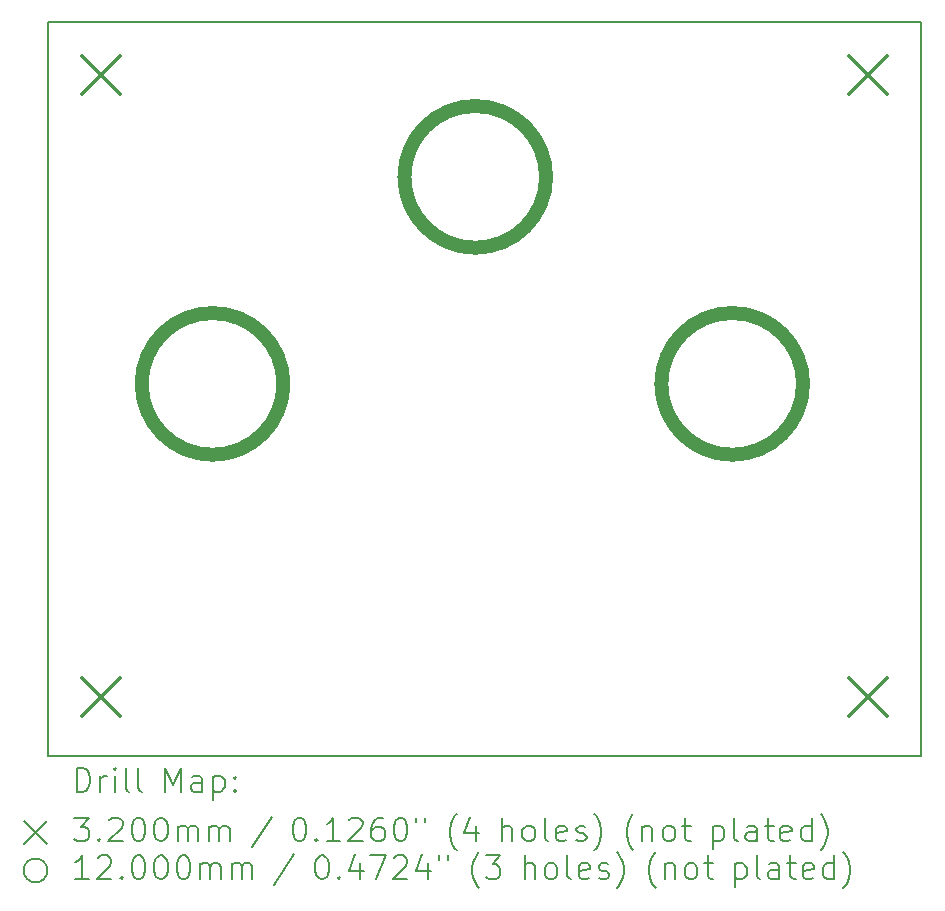
<source format=gbr>
%TF.GenerationSoftware,KiCad,Pcbnew,(7.0.0-0)*%
%TF.CreationDate,2023-11-03T17:36:42+01:00*%
%TF.ProjectId,ExternalAdapter,45787465-726e-4616-9c41-646170746572,1.0*%
%TF.SameCoordinates,Original*%
%TF.FileFunction,Drillmap*%
%TF.FilePolarity,Positive*%
%FSLAX45Y45*%
G04 Gerber Fmt 4.5, Leading zero omitted, Abs format (unit mm)*
G04 Created by KiCad (PCBNEW (7.0.0-0)) date 2023-11-03 17:36:42*
%MOMM*%
%LPD*%
G01*
G04 APERTURE LIST*
%ADD10C,0.200000*%
%ADD11C,0.320000*%
%ADD12C,1.200000*%
G04 APERTURE END LIST*
D10*
X10452100Y-1816100D02*
X3060700Y-1816100D01*
X3060700Y-1816100D02*
X3060700Y-8026400D01*
X3060700Y-8026400D02*
X10452100Y-8026400D01*
X10452100Y-8026400D02*
X10452100Y-1816100D01*
D11*
X3346075Y-2100600D02*
X3666075Y-2420600D01*
X3666075Y-2100600D02*
X3346075Y-2420600D01*
X3346075Y-7371100D02*
X3666075Y-7691100D01*
X3666075Y-7371100D02*
X3346075Y-7691100D01*
X9838825Y-2100600D02*
X10158825Y-2420600D01*
X10158825Y-2100600D02*
X9838825Y-2420600D01*
X9838825Y-7371100D02*
X10158825Y-7691100D01*
X10158825Y-7371100D02*
X9838825Y-7691100D01*
D12*
X5049425Y-4876800D02*
G75*
G03*
X5049425Y-4876800I-600000J0D01*
G01*
X7273875Y-3124200D02*
G75*
G03*
X7273875Y-3124200I-600000J0D01*
G01*
X9449425Y-4876800D02*
G75*
G03*
X9449425Y-4876800I-600000J0D01*
G01*
D10*
X3298319Y-8329876D02*
X3298319Y-8129876D01*
X3298319Y-8129876D02*
X3345938Y-8129876D01*
X3345938Y-8129876D02*
X3374509Y-8139400D01*
X3374509Y-8139400D02*
X3393557Y-8158448D01*
X3393557Y-8158448D02*
X3403081Y-8177495D01*
X3403081Y-8177495D02*
X3412605Y-8215590D01*
X3412605Y-8215590D02*
X3412605Y-8244162D01*
X3412605Y-8244162D02*
X3403081Y-8282257D01*
X3403081Y-8282257D02*
X3393557Y-8301305D01*
X3393557Y-8301305D02*
X3374509Y-8320352D01*
X3374509Y-8320352D02*
X3345938Y-8329876D01*
X3345938Y-8329876D02*
X3298319Y-8329876D01*
X3498319Y-8329876D02*
X3498319Y-8196543D01*
X3498319Y-8234638D02*
X3507843Y-8215590D01*
X3507843Y-8215590D02*
X3517367Y-8206067D01*
X3517367Y-8206067D02*
X3536414Y-8196543D01*
X3536414Y-8196543D02*
X3555462Y-8196543D01*
X3622128Y-8329876D02*
X3622128Y-8196543D01*
X3622128Y-8129876D02*
X3612605Y-8139400D01*
X3612605Y-8139400D02*
X3622128Y-8148924D01*
X3622128Y-8148924D02*
X3631652Y-8139400D01*
X3631652Y-8139400D02*
X3622128Y-8129876D01*
X3622128Y-8129876D02*
X3622128Y-8148924D01*
X3745938Y-8329876D02*
X3726890Y-8320352D01*
X3726890Y-8320352D02*
X3717367Y-8301305D01*
X3717367Y-8301305D02*
X3717367Y-8129876D01*
X3850700Y-8329876D02*
X3831652Y-8320352D01*
X3831652Y-8320352D02*
X3822128Y-8301305D01*
X3822128Y-8301305D02*
X3822128Y-8129876D01*
X4046890Y-8329876D02*
X4046890Y-8129876D01*
X4046890Y-8129876D02*
X4113557Y-8272733D01*
X4113557Y-8272733D02*
X4180224Y-8129876D01*
X4180224Y-8129876D02*
X4180224Y-8329876D01*
X4361176Y-8329876D02*
X4361176Y-8225114D01*
X4361176Y-8225114D02*
X4351652Y-8206067D01*
X4351652Y-8206067D02*
X4332605Y-8196543D01*
X4332605Y-8196543D02*
X4294509Y-8196543D01*
X4294509Y-8196543D02*
X4275462Y-8206067D01*
X4361176Y-8320352D02*
X4342129Y-8329876D01*
X4342129Y-8329876D02*
X4294509Y-8329876D01*
X4294509Y-8329876D02*
X4275462Y-8320352D01*
X4275462Y-8320352D02*
X4265938Y-8301305D01*
X4265938Y-8301305D02*
X4265938Y-8282257D01*
X4265938Y-8282257D02*
X4275462Y-8263209D01*
X4275462Y-8263209D02*
X4294509Y-8253686D01*
X4294509Y-8253686D02*
X4342129Y-8253686D01*
X4342129Y-8253686D02*
X4361176Y-8244162D01*
X4456414Y-8196543D02*
X4456414Y-8396543D01*
X4456414Y-8206067D02*
X4475462Y-8196543D01*
X4475462Y-8196543D02*
X4513557Y-8196543D01*
X4513557Y-8196543D02*
X4532605Y-8206067D01*
X4532605Y-8206067D02*
X4542129Y-8215590D01*
X4542129Y-8215590D02*
X4551652Y-8234638D01*
X4551652Y-8234638D02*
X4551652Y-8291781D01*
X4551652Y-8291781D02*
X4542129Y-8310828D01*
X4542129Y-8310828D02*
X4532605Y-8320352D01*
X4532605Y-8320352D02*
X4513557Y-8329876D01*
X4513557Y-8329876D02*
X4475462Y-8329876D01*
X4475462Y-8329876D02*
X4456414Y-8320352D01*
X4637367Y-8310828D02*
X4646890Y-8320352D01*
X4646890Y-8320352D02*
X4637367Y-8329876D01*
X4637367Y-8329876D02*
X4627843Y-8320352D01*
X4627843Y-8320352D02*
X4637367Y-8310828D01*
X4637367Y-8310828D02*
X4637367Y-8329876D01*
X4637367Y-8206067D02*
X4646890Y-8215590D01*
X4646890Y-8215590D02*
X4637367Y-8225114D01*
X4637367Y-8225114D02*
X4627843Y-8215590D01*
X4627843Y-8215590D02*
X4637367Y-8206067D01*
X4637367Y-8206067D02*
X4637367Y-8225114D01*
X2850700Y-8576400D02*
X3050700Y-8776400D01*
X3050700Y-8576400D02*
X2850700Y-8776400D01*
X3279271Y-8549876D02*
X3403081Y-8549876D01*
X3403081Y-8549876D02*
X3336414Y-8626067D01*
X3336414Y-8626067D02*
X3364986Y-8626067D01*
X3364986Y-8626067D02*
X3384033Y-8635590D01*
X3384033Y-8635590D02*
X3393557Y-8645114D01*
X3393557Y-8645114D02*
X3403081Y-8664162D01*
X3403081Y-8664162D02*
X3403081Y-8711781D01*
X3403081Y-8711781D02*
X3393557Y-8730829D01*
X3393557Y-8730829D02*
X3384033Y-8740352D01*
X3384033Y-8740352D02*
X3364986Y-8749876D01*
X3364986Y-8749876D02*
X3307843Y-8749876D01*
X3307843Y-8749876D02*
X3288795Y-8740352D01*
X3288795Y-8740352D02*
X3279271Y-8730829D01*
X3488795Y-8730829D02*
X3498319Y-8740352D01*
X3498319Y-8740352D02*
X3488795Y-8749876D01*
X3488795Y-8749876D02*
X3479271Y-8740352D01*
X3479271Y-8740352D02*
X3488795Y-8730829D01*
X3488795Y-8730829D02*
X3488795Y-8749876D01*
X3574509Y-8568924D02*
X3584033Y-8559400D01*
X3584033Y-8559400D02*
X3603081Y-8549876D01*
X3603081Y-8549876D02*
X3650700Y-8549876D01*
X3650700Y-8549876D02*
X3669748Y-8559400D01*
X3669748Y-8559400D02*
X3679271Y-8568924D01*
X3679271Y-8568924D02*
X3688795Y-8587971D01*
X3688795Y-8587971D02*
X3688795Y-8607019D01*
X3688795Y-8607019D02*
X3679271Y-8635590D01*
X3679271Y-8635590D02*
X3564986Y-8749876D01*
X3564986Y-8749876D02*
X3688795Y-8749876D01*
X3812605Y-8549876D02*
X3831652Y-8549876D01*
X3831652Y-8549876D02*
X3850700Y-8559400D01*
X3850700Y-8559400D02*
X3860224Y-8568924D01*
X3860224Y-8568924D02*
X3869748Y-8587971D01*
X3869748Y-8587971D02*
X3879271Y-8626067D01*
X3879271Y-8626067D02*
X3879271Y-8673686D01*
X3879271Y-8673686D02*
X3869748Y-8711781D01*
X3869748Y-8711781D02*
X3860224Y-8730829D01*
X3860224Y-8730829D02*
X3850700Y-8740352D01*
X3850700Y-8740352D02*
X3831652Y-8749876D01*
X3831652Y-8749876D02*
X3812605Y-8749876D01*
X3812605Y-8749876D02*
X3793557Y-8740352D01*
X3793557Y-8740352D02*
X3784033Y-8730829D01*
X3784033Y-8730829D02*
X3774509Y-8711781D01*
X3774509Y-8711781D02*
X3764986Y-8673686D01*
X3764986Y-8673686D02*
X3764986Y-8626067D01*
X3764986Y-8626067D02*
X3774509Y-8587971D01*
X3774509Y-8587971D02*
X3784033Y-8568924D01*
X3784033Y-8568924D02*
X3793557Y-8559400D01*
X3793557Y-8559400D02*
X3812605Y-8549876D01*
X4003081Y-8549876D02*
X4022129Y-8549876D01*
X4022129Y-8549876D02*
X4041176Y-8559400D01*
X4041176Y-8559400D02*
X4050700Y-8568924D01*
X4050700Y-8568924D02*
X4060224Y-8587971D01*
X4060224Y-8587971D02*
X4069748Y-8626067D01*
X4069748Y-8626067D02*
X4069748Y-8673686D01*
X4069748Y-8673686D02*
X4060224Y-8711781D01*
X4060224Y-8711781D02*
X4050700Y-8730829D01*
X4050700Y-8730829D02*
X4041176Y-8740352D01*
X4041176Y-8740352D02*
X4022129Y-8749876D01*
X4022129Y-8749876D02*
X4003081Y-8749876D01*
X4003081Y-8749876D02*
X3984033Y-8740352D01*
X3984033Y-8740352D02*
X3974509Y-8730829D01*
X3974509Y-8730829D02*
X3964986Y-8711781D01*
X3964986Y-8711781D02*
X3955462Y-8673686D01*
X3955462Y-8673686D02*
X3955462Y-8626067D01*
X3955462Y-8626067D02*
X3964986Y-8587971D01*
X3964986Y-8587971D02*
X3974509Y-8568924D01*
X3974509Y-8568924D02*
X3984033Y-8559400D01*
X3984033Y-8559400D02*
X4003081Y-8549876D01*
X4155462Y-8749876D02*
X4155462Y-8616543D01*
X4155462Y-8635590D02*
X4164986Y-8626067D01*
X4164986Y-8626067D02*
X4184033Y-8616543D01*
X4184033Y-8616543D02*
X4212605Y-8616543D01*
X4212605Y-8616543D02*
X4231652Y-8626067D01*
X4231652Y-8626067D02*
X4241176Y-8645114D01*
X4241176Y-8645114D02*
X4241176Y-8749876D01*
X4241176Y-8645114D02*
X4250700Y-8626067D01*
X4250700Y-8626067D02*
X4269748Y-8616543D01*
X4269748Y-8616543D02*
X4298319Y-8616543D01*
X4298319Y-8616543D02*
X4317367Y-8626067D01*
X4317367Y-8626067D02*
X4326891Y-8645114D01*
X4326891Y-8645114D02*
X4326891Y-8749876D01*
X4422129Y-8749876D02*
X4422129Y-8616543D01*
X4422129Y-8635590D02*
X4431652Y-8626067D01*
X4431652Y-8626067D02*
X4450700Y-8616543D01*
X4450700Y-8616543D02*
X4479272Y-8616543D01*
X4479272Y-8616543D02*
X4498319Y-8626067D01*
X4498319Y-8626067D02*
X4507843Y-8645114D01*
X4507843Y-8645114D02*
X4507843Y-8749876D01*
X4507843Y-8645114D02*
X4517367Y-8626067D01*
X4517367Y-8626067D02*
X4536414Y-8616543D01*
X4536414Y-8616543D02*
X4564986Y-8616543D01*
X4564986Y-8616543D02*
X4584033Y-8626067D01*
X4584033Y-8626067D02*
X4593557Y-8645114D01*
X4593557Y-8645114D02*
X4593557Y-8749876D01*
X4951652Y-8540352D02*
X4780224Y-8797495D01*
X5176414Y-8549876D02*
X5195462Y-8549876D01*
X5195462Y-8549876D02*
X5214510Y-8559400D01*
X5214510Y-8559400D02*
X5224033Y-8568924D01*
X5224033Y-8568924D02*
X5233557Y-8587971D01*
X5233557Y-8587971D02*
X5243081Y-8626067D01*
X5243081Y-8626067D02*
X5243081Y-8673686D01*
X5243081Y-8673686D02*
X5233557Y-8711781D01*
X5233557Y-8711781D02*
X5224033Y-8730829D01*
X5224033Y-8730829D02*
X5214510Y-8740352D01*
X5214510Y-8740352D02*
X5195462Y-8749876D01*
X5195462Y-8749876D02*
X5176414Y-8749876D01*
X5176414Y-8749876D02*
X5157367Y-8740352D01*
X5157367Y-8740352D02*
X5147843Y-8730829D01*
X5147843Y-8730829D02*
X5138319Y-8711781D01*
X5138319Y-8711781D02*
X5128795Y-8673686D01*
X5128795Y-8673686D02*
X5128795Y-8626067D01*
X5128795Y-8626067D02*
X5138319Y-8587971D01*
X5138319Y-8587971D02*
X5147843Y-8568924D01*
X5147843Y-8568924D02*
X5157367Y-8559400D01*
X5157367Y-8559400D02*
X5176414Y-8549876D01*
X5328795Y-8730829D02*
X5338319Y-8740352D01*
X5338319Y-8740352D02*
X5328795Y-8749876D01*
X5328795Y-8749876D02*
X5319272Y-8740352D01*
X5319272Y-8740352D02*
X5328795Y-8730829D01*
X5328795Y-8730829D02*
X5328795Y-8749876D01*
X5528795Y-8749876D02*
X5414510Y-8749876D01*
X5471652Y-8749876D02*
X5471652Y-8549876D01*
X5471652Y-8549876D02*
X5452605Y-8578448D01*
X5452605Y-8578448D02*
X5433557Y-8597495D01*
X5433557Y-8597495D02*
X5414510Y-8607019D01*
X5604986Y-8568924D02*
X5614510Y-8559400D01*
X5614510Y-8559400D02*
X5633557Y-8549876D01*
X5633557Y-8549876D02*
X5681176Y-8549876D01*
X5681176Y-8549876D02*
X5700224Y-8559400D01*
X5700224Y-8559400D02*
X5709748Y-8568924D01*
X5709748Y-8568924D02*
X5719271Y-8587971D01*
X5719271Y-8587971D02*
X5719271Y-8607019D01*
X5719271Y-8607019D02*
X5709748Y-8635590D01*
X5709748Y-8635590D02*
X5595462Y-8749876D01*
X5595462Y-8749876D02*
X5719271Y-8749876D01*
X5890700Y-8549876D02*
X5852605Y-8549876D01*
X5852605Y-8549876D02*
X5833557Y-8559400D01*
X5833557Y-8559400D02*
X5824033Y-8568924D01*
X5824033Y-8568924D02*
X5804986Y-8597495D01*
X5804986Y-8597495D02*
X5795462Y-8635590D01*
X5795462Y-8635590D02*
X5795462Y-8711781D01*
X5795462Y-8711781D02*
X5804986Y-8730829D01*
X5804986Y-8730829D02*
X5814510Y-8740352D01*
X5814510Y-8740352D02*
X5833557Y-8749876D01*
X5833557Y-8749876D02*
X5871652Y-8749876D01*
X5871652Y-8749876D02*
X5890700Y-8740352D01*
X5890700Y-8740352D02*
X5900224Y-8730829D01*
X5900224Y-8730829D02*
X5909748Y-8711781D01*
X5909748Y-8711781D02*
X5909748Y-8664162D01*
X5909748Y-8664162D02*
X5900224Y-8645114D01*
X5900224Y-8645114D02*
X5890700Y-8635590D01*
X5890700Y-8635590D02*
X5871652Y-8626067D01*
X5871652Y-8626067D02*
X5833557Y-8626067D01*
X5833557Y-8626067D02*
X5814510Y-8635590D01*
X5814510Y-8635590D02*
X5804986Y-8645114D01*
X5804986Y-8645114D02*
X5795462Y-8664162D01*
X6033557Y-8549876D02*
X6052605Y-8549876D01*
X6052605Y-8549876D02*
X6071652Y-8559400D01*
X6071652Y-8559400D02*
X6081176Y-8568924D01*
X6081176Y-8568924D02*
X6090700Y-8587971D01*
X6090700Y-8587971D02*
X6100224Y-8626067D01*
X6100224Y-8626067D02*
X6100224Y-8673686D01*
X6100224Y-8673686D02*
X6090700Y-8711781D01*
X6090700Y-8711781D02*
X6081176Y-8730829D01*
X6081176Y-8730829D02*
X6071652Y-8740352D01*
X6071652Y-8740352D02*
X6052605Y-8749876D01*
X6052605Y-8749876D02*
X6033557Y-8749876D01*
X6033557Y-8749876D02*
X6014510Y-8740352D01*
X6014510Y-8740352D02*
X6004986Y-8730829D01*
X6004986Y-8730829D02*
X5995462Y-8711781D01*
X5995462Y-8711781D02*
X5985938Y-8673686D01*
X5985938Y-8673686D02*
X5985938Y-8626067D01*
X5985938Y-8626067D02*
X5995462Y-8587971D01*
X5995462Y-8587971D02*
X6004986Y-8568924D01*
X6004986Y-8568924D02*
X6014510Y-8559400D01*
X6014510Y-8559400D02*
X6033557Y-8549876D01*
X6176414Y-8549876D02*
X6176414Y-8587971D01*
X6252605Y-8549876D02*
X6252605Y-8587971D01*
X6515462Y-8826067D02*
X6505938Y-8816543D01*
X6505938Y-8816543D02*
X6486891Y-8787971D01*
X6486891Y-8787971D02*
X6477367Y-8768924D01*
X6477367Y-8768924D02*
X6467843Y-8740352D01*
X6467843Y-8740352D02*
X6458319Y-8692733D01*
X6458319Y-8692733D02*
X6458319Y-8654638D01*
X6458319Y-8654638D02*
X6467843Y-8607019D01*
X6467843Y-8607019D02*
X6477367Y-8578448D01*
X6477367Y-8578448D02*
X6486891Y-8559400D01*
X6486891Y-8559400D02*
X6505938Y-8530829D01*
X6505938Y-8530829D02*
X6515462Y-8521305D01*
X6677367Y-8616543D02*
X6677367Y-8749876D01*
X6629748Y-8540352D02*
X6582129Y-8683210D01*
X6582129Y-8683210D02*
X6705938Y-8683210D01*
X6902129Y-8749876D02*
X6902129Y-8549876D01*
X6987843Y-8749876D02*
X6987843Y-8645114D01*
X6987843Y-8645114D02*
X6978319Y-8626067D01*
X6978319Y-8626067D02*
X6959272Y-8616543D01*
X6959272Y-8616543D02*
X6930700Y-8616543D01*
X6930700Y-8616543D02*
X6911652Y-8626067D01*
X6911652Y-8626067D02*
X6902129Y-8635590D01*
X7111652Y-8749876D02*
X7092605Y-8740352D01*
X7092605Y-8740352D02*
X7083081Y-8730829D01*
X7083081Y-8730829D02*
X7073557Y-8711781D01*
X7073557Y-8711781D02*
X7073557Y-8654638D01*
X7073557Y-8654638D02*
X7083081Y-8635590D01*
X7083081Y-8635590D02*
X7092605Y-8626067D01*
X7092605Y-8626067D02*
X7111652Y-8616543D01*
X7111652Y-8616543D02*
X7140224Y-8616543D01*
X7140224Y-8616543D02*
X7159272Y-8626067D01*
X7159272Y-8626067D02*
X7168795Y-8635590D01*
X7168795Y-8635590D02*
X7178319Y-8654638D01*
X7178319Y-8654638D02*
X7178319Y-8711781D01*
X7178319Y-8711781D02*
X7168795Y-8730829D01*
X7168795Y-8730829D02*
X7159272Y-8740352D01*
X7159272Y-8740352D02*
X7140224Y-8749876D01*
X7140224Y-8749876D02*
X7111652Y-8749876D01*
X7292605Y-8749876D02*
X7273557Y-8740352D01*
X7273557Y-8740352D02*
X7264033Y-8721305D01*
X7264033Y-8721305D02*
X7264033Y-8549876D01*
X7444986Y-8740352D02*
X7425938Y-8749876D01*
X7425938Y-8749876D02*
X7387843Y-8749876D01*
X7387843Y-8749876D02*
X7368795Y-8740352D01*
X7368795Y-8740352D02*
X7359272Y-8721305D01*
X7359272Y-8721305D02*
X7359272Y-8645114D01*
X7359272Y-8645114D02*
X7368795Y-8626067D01*
X7368795Y-8626067D02*
X7387843Y-8616543D01*
X7387843Y-8616543D02*
X7425938Y-8616543D01*
X7425938Y-8616543D02*
X7444986Y-8626067D01*
X7444986Y-8626067D02*
X7454510Y-8645114D01*
X7454510Y-8645114D02*
X7454510Y-8664162D01*
X7454510Y-8664162D02*
X7359272Y-8683210D01*
X7530700Y-8740352D02*
X7549748Y-8749876D01*
X7549748Y-8749876D02*
X7587843Y-8749876D01*
X7587843Y-8749876D02*
X7606891Y-8740352D01*
X7606891Y-8740352D02*
X7616414Y-8721305D01*
X7616414Y-8721305D02*
X7616414Y-8711781D01*
X7616414Y-8711781D02*
X7606891Y-8692733D01*
X7606891Y-8692733D02*
X7587843Y-8683210D01*
X7587843Y-8683210D02*
X7559272Y-8683210D01*
X7559272Y-8683210D02*
X7540224Y-8673686D01*
X7540224Y-8673686D02*
X7530700Y-8654638D01*
X7530700Y-8654638D02*
X7530700Y-8645114D01*
X7530700Y-8645114D02*
X7540224Y-8626067D01*
X7540224Y-8626067D02*
X7559272Y-8616543D01*
X7559272Y-8616543D02*
X7587843Y-8616543D01*
X7587843Y-8616543D02*
X7606891Y-8626067D01*
X7683081Y-8826067D02*
X7692605Y-8816543D01*
X7692605Y-8816543D02*
X7711653Y-8787971D01*
X7711653Y-8787971D02*
X7721176Y-8768924D01*
X7721176Y-8768924D02*
X7730700Y-8740352D01*
X7730700Y-8740352D02*
X7740224Y-8692733D01*
X7740224Y-8692733D02*
X7740224Y-8654638D01*
X7740224Y-8654638D02*
X7730700Y-8607019D01*
X7730700Y-8607019D02*
X7721176Y-8578448D01*
X7721176Y-8578448D02*
X7711653Y-8559400D01*
X7711653Y-8559400D02*
X7692605Y-8530829D01*
X7692605Y-8530829D02*
X7683081Y-8521305D01*
X8012605Y-8826067D02*
X8003081Y-8816543D01*
X8003081Y-8816543D02*
X7984033Y-8787971D01*
X7984033Y-8787971D02*
X7974510Y-8768924D01*
X7974510Y-8768924D02*
X7964986Y-8740352D01*
X7964986Y-8740352D02*
X7955462Y-8692733D01*
X7955462Y-8692733D02*
X7955462Y-8654638D01*
X7955462Y-8654638D02*
X7964986Y-8607019D01*
X7964986Y-8607019D02*
X7974510Y-8578448D01*
X7974510Y-8578448D02*
X7984033Y-8559400D01*
X7984033Y-8559400D02*
X8003081Y-8530829D01*
X8003081Y-8530829D02*
X8012605Y-8521305D01*
X8088795Y-8616543D02*
X8088795Y-8749876D01*
X8088795Y-8635590D02*
X8098319Y-8626067D01*
X8098319Y-8626067D02*
X8117367Y-8616543D01*
X8117367Y-8616543D02*
X8145938Y-8616543D01*
X8145938Y-8616543D02*
X8164986Y-8626067D01*
X8164986Y-8626067D02*
X8174510Y-8645114D01*
X8174510Y-8645114D02*
X8174510Y-8749876D01*
X8298319Y-8749876D02*
X8279272Y-8740352D01*
X8279272Y-8740352D02*
X8269748Y-8730829D01*
X8269748Y-8730829D02*
X8260224Y-8711781D01*
X8260224Y-8711781D02*
X8260224Y-8654638D01*
X8260224Y-8654638D02*
X8269748Y-8635590D01*
X8269748Y-8635590D02*
X8279272Y-8626067D01*
X8279272Y-8626067D02*
X8298319Y-8616543D01*
X8298319Y-8616543D02*
X8326891Y-8616543D01*
X8326891Y-8616543D02*
X8345938Y-8626067D01*
X8345938Y-8626067D02*
X8355462Y-8635590D01*
X8355462Y-8635590D02*
X8364986Y-8654638D01*
X8364986Y-8654638D02*
X8364986Y-8711781D01*
X8364986Y-8711781D02*
X8355462Y-8730829D01*
X8355462Y-8730829D02*
X8345938Y-8740352D01*
X8345938Y-8740352D02*
X8326891Y-8749876D01*
X8326891Y-8749876D02*
X8298319Y-8749876D01*
X8422129Y-8616543D02*
X8498319Y-8616543D01*
X8450700Y-8549876D02*
X8450700Y-8721305D01*
X8450700Y-8721305D02*
X8460224Y-8740352D01*
X8460224Y-8740352D02*
X8479272Y-8749876D01*
X8479272Y-8749876D02*
X8498319Y-8749876D01*
X8684986Y-8616543D02*
X8684986Y-8816543D01*
X8684986Y-8626067D02*
X8704034Y-8616543D01*
X8704034Y-8616543D02*
X8742129Y-8616543D01*
X8742129Y-8616543D02*
X8761176Y-8626067D01*
X8761176Y-8626067D02*
X8770700Y-8635590D01*
X8770700Y-8635590D02*
X8780224Y-8654638D01*
X8780224Y-8654638D02*
X8780224Y-8711781D01*
X8780224Y-8711781D02*
X8770700Y-8730829D01*
X8770700Y-8730829D02*
X8761176Y-8740352D01*
X8761176Y-8740352D02*
X8742129Y-8749876D01*
X8742129Y-8749876D02*
X8704034Y-8749876D01*
X8704034Y-8749876D02*
X8684986Y-8740352D01*
X8894510Y-8749876D02*
X8875462Y-8740352D01*
X8875462Y-8740352D02*
X8865938Y-8721305D01*
X8865938Y-8721305D02*
X8865938Y-8549876D01*
X9056415Y-8749876D02*
X9056415Y-8645114D01*
X9056415Y-8645114D02*
X9046891Y-8626067D01*
X9046891Y-8626067D02*
X9027843Y-8616543D01*
X9027843Y-8616543D02*
X8989748Y-8616543D01*
X8989748Y-8616543D02*
X8970700Y-8626067D01*
X9056415Y-8740352D02*
X9037367Y-8749876D01*
X9037367Y-8749876D02*
X8989748Y-8749876D01*
X8989748Y-8749876D02*
X8970700Y-8740352D01*
X8970700Y-8740352D02*
X8961176Y-8721305D01*
X8961176Y-8721305D02*
X8961176Y-8702257D01*
X8961176Y-8702257D02*
X8970700Y-8683210D01*
X8970700Y-8683210D02*
X8989748Y-8673686D01*
X8989748Y-8673686D02*
X9037367Y-8673686D01*
X9037367Y-8673686D02*
X9056415Y-8664162D01*
X9123081Y-8616543D02*
X9199272Y-8616543D01*
X9151653Y-8549876D02*
X9151653Y-8721305D01*
X9151653Y-8721305D02*
X9161176Y-8740352D01*
X9161176Y-8740352D02*
X9180224Y-8749876D01*
X9180224Y-8749876D02*
X9199272Y-8749876D01*
X9342129Y-8740352D02*
X9323081Y-8749876D01*
X9323081Y-8749876D02*
X9284986Y-8749876D01*
X9284986Y-8749876D02*
X9265938Y-8740352D01*
X9265938Y-8740352D02*
X9256415Y-8721305D01*
X9256415Y-8721305D02*
X9256415Y-8645114D01*
X9256415Y-8645114D02*
X9265938Y-8626067D01*
X9265938Y-8626067D02*
X9284986Y-8616543D01*
X9284986Y-8616543D02*
X9323081Y-8616543D01*
X9323081Y-8616543D02*
X9342129Y-8626067D01*
X9342129Y-8626067D02*
X9351653Y-8645114D01*
X9351653Y-8645114D02*
X9351653Y-8664162D01*
X9351653Y-8664162D02*
X9256415Y-8683210D01*
X9523081Y-8749876D02*
X9523081Y-8549876D01*
X9523081Y-8740352D02*
X9504034Y-8749876D01*
X9504034Y-8749876D02*
X9465938Y-8749876D01*
X9465938Y-8749876D02*
X9446891Y-8740352D01*
X9446891Y-8740352D02*
X9437367Y-8730829D01*
X9437367Y-8730829D02*
X9427843Y-8711781D01*
X9427843Y-8711781D02*
X9427843Y-8654638D01*
X9427843Y-8654638D02*
X9437367Y-8635590D01*
X9437367Y-8635590D02*
X9446891Y-8626067D01*
X9446891Y-8626067D02*
X9465938Y-8616543D01*
X9465938Y-8616543D02*
X9504034Y-8616543D01*
X9504034Y-8616543D02*
X9523081Y-8626067D01*
X9599272Y-8826067D02*
X9608796Y-8816543D01*
X9608796Y-8816543D02*
X9627843Y-8787971D01*
X9627843Y-8787971D02*
X9637367Y-8768924D01*
X9637367Y-8768924D02*
X9646891Y-8740352D01*
X9646891Y-8740352D02*
X9656415Y-8692733D01*
X9656415Y-8692733D02*
X9656415Y-8654638D01*
X9656415Y-8654638D02*
X9646891Y-8607019D01*
X9646891Y-8607019D02*
X9637367Y-8578448D01*
X9637367Y-8578448D02*
X9627843Y-8559400D01*
X9627843Y-8559400D02*
X9608796Y-8530829D01*
X9608796Y-8530829D02*
X9599272Y-8521305D01*
X3050700Y-8996400D02*
G75*
G03*
X3050700Y-8996400I-100000J0D01*
G01*
X3403081Y-9069876D02*
X3288795Y-9069876D01*
X3345938Y-9069876D02*
X3345938Y-8869876D01*
X3345938Y-8869876D02*
X3326890Y-8898448D01*
X3326890Y-8898448D02*
X3307843Y-8917495D01*
X3307843Y-8917495D02*
X3288795Y-8927019D01*
X3479271Y-8888924D02*
X3488795Y-8879400D01*
X3488795Y-8879400D02*
X3507843Y-8869876D01*
X3507843Y-8869876D02*
X3555462Y-8869876D01*
X3555462Y-8869876D02*
X3574509Y-8879400D01*
X3574509Y-8879400D02*
X3584033Y-8888924D01*
X3584033Y-8888924D02*
X3593557Y-8907971D01*
X3593557Y-8907971D02*
X3593557Y-8927019D01*
X3593557Y-8927019D02*
X3584033Y-8955590D01*
X3584033Y-8955590D02*
X3469748Y-9069876D01*
X3469748Y-9069876D02*
X3593557Y-9069876D01*
X3679271Y-9050829D02*
X3688795Y-9060352D01*
X3688795Y-9060352D02*
X3679271Y-9069876D01*
X3679271Y-9069876D02*
X3669748Y-9060352D01*
X3669748Y-9060352D02*
X3679271Y-9050829D01*
X3679271Y-9050829D02*
X3679271Y-9069876D01*
X3812605Y-8869876D02*
X3831652Y-8869876D01*
X3831652Y-8869876D02*
X3850700Y-8879400D01*
X3850700Y-8879400D02*
X3860224Y-8888924D01*
X3860224Y-8888924D02*
X3869748Y-8907971D01*
X3869748Y-8907971D02*
X3879271Y-8946067D01*
X3879271Y-8946067D02*
X3879271Y-8993686D01*
X3879271Y-8993686D02*
X3869748Y-9031781D01*
X3869748Y-9031781D02*
X3860224Y-9050829D01*
X3860224Y-9050829D02*
X3850700Y-9060352D01*
X3850700Y-9060352D02*
X3831652Y-9069876D01*
X3831652Y-9069876D02*
X3812605Y-9069876D01*
X3812605Y-9069876D02*
X3793557Y-9060352D01*
X3793557Y-9060352D02*
X3784033Y-9050829D01*
X3784033Y-9050829D02*
X3774509Y-9031781D01*
X3774509Y-9031781D02*
X3764986Y-8993686D01*
X3764986Y-8993686D02*
X3764986Y-8946067D01*
X3764986Y-8946067D02*
X3774509Y-8907971D01*
X3774509Y-8907971D02*
X3784033Y-8888924D01*
X3784033Y-8888924D02*
X3793557Y-8879400D01*
X3793557Y-8879400D02*
X3812605Y-8869876D01*
X4003081Y-8869876D02*
X4022129Y-8869876D01*
X4022129Y-8869876D02*
X4041176Y-8879400D01*
X4041176Y-8879400D02*
X4050700Y-8888924D01*
X4050700Y-8888924D02*
X4060224Y-8907971D01*
X4060224Y-8907971D02*
X4069748Y-8946067D01*
X4069748Y-8946067D02*
X4069748Y-8993686D01*
X4069748Y-8993686D02*
X4060224Y-9031781D01*
X4060224Y-9031781D02*
X4050700Y-9050829D01*
X4050700Y-9050829D02*
X4041176Y-9060352D01*
X4041176Y-9060352D02*
X4022129Y-9069876D01*
X4022129Y-9069876D02*
X4003081Y-9069876D01*
X4003081Y-9069876D02*
X3984033Y-9060352D01*
X3984033Y-9060352D02*
X3974509Y-9050829D01*
X3974509Y-9050829D02*
X3964986Y-9031781D01*
X3964986Y-9031781D02*
X3955462Y-8993686D01*
X3955462Y-8993686D02*
X3955462Y-8946067D01*
X3955462Y-8946067D02*
X3964986Y-8907971D01*
X3964986Y-8907971D02*
X3974509Y-8888924D01*
X3974509Y-8888924D02*
X3984033Y-8879400D01*
X3984033Y-8879400D02*
X4003081Y-8869876D01*
X4193557Y-8869876D02*
X4212605Y-8869876D01*
X4212605Y-8869876D02*
X4231652Y-8879400D01*
X4231652Y-8879400D02*
X4241176Y-8888924D01*
X4241176Y-8888924D02*
X4250700Y-8907971D01*
X4250700Y-8907971D02*
X4260224Y-8946067D01*
X4260224Y-8946067D02*
X4260224Y-8993686D01*
X4260224Y-8993686D02*
X4250700Y-9031781D01*
X4250700Y-9031781D02*
X4241176Y-9050829D01*
X4241176Y-9050829D02*
X4231652Y-9060352D01*
X4231652Y-9060352D02*
X4212605Y-9069876D01*
X4212605Y-9069876D02*
X4193557Y-9069876D01*
X4193557Y-9069876D02*
X4174509Y-9060352D01*
X4174509Y-9060352D02*
X4164986Y-9050829D01*
X4164986Y-9050829D02*
X4155462Y-9031781D01*
X4155462Y-9031781D02*
X4145938Y-8993686D01*
X4145938Y-8993686D02*
X4145938Y-8946067D01*
X4145938Y-8946067D02*
X4155462Y-8907971D01*
X4155462Y-8907971D02*
X4164986Y-8888924D01*
X4164986Y-8888924D02*
X4174509Y-8879400D01*
X4174509Y-8879400D02*
X4193557Y-8869876D01*
X4345938Y-9069876D02*
X4345938Y-8936543D01*
X4345938Y-8955590D02*
X4355462Y-8946067D01*
X4355462Y-8946067D02*
X4374510Y-8936543D01*
X4374510Y-8936543D02*
X4403081Y-8936543D01*
X4403081Y-8936543D02*
X4422129Y-8946067D01*
X4422129Y-8946067D02*
X4431652Y-8965114D01*
X4431652Y-8965114D02*
X4431652Y-9069876D01*
X4431652Y-8965114D02*
X4441176Y-8946067D01*
X4441176Y-8946067D02*
X4460224Y-8936543D01*
X4460224Y-8936543D02*
X4488795Y-8936543D01*
X4488795Y-8936543D02*
X4507843Y-8946067D01*
X4507843Y-8946067D02*
X4517367Y-8965114D01*
X4517367Y-8965114D02*
X4517367Y-9069876D01*
X4612605Y-9069876D02*
X4612605Y-8936543D01*
X4612605Y-8955590D02*
X4622129Y-8946067D01*
X4622129Y-8946067D02*
X4641176Y-8936543D01*
X4641176Y-8936543D02*
X4669748Y-8936543D01*
X4669748Y-8936543D02*
X4688795Y-8946067D01*
X4688795Y-8946067D02*
X4698319Y-8965114D01*
X4698319Y-8965114D02*
X4698319Y-9069876D01*
X4698319Y-8965114D02*
X4707843Y-8946067D01*
X4707843Y-8946067D02*
X4726891Y-8936543D01*
X4726891Y-8936543D02*
X4755462Y-8936543D01*
X4755462Y-8936543D02*
X4774510Y-8946067D01*
X4774510Y-8946067D02*
X4784033Y-8965114D01*
X4784033Y-8965114D02*
X4784033Y-9069876D01*
X5142129Y-8860352D02*
X4970700Y-9117495D01*
X5366891Y-8869876D02*
X5385938Y-8869876D01*
X5385938Y-8869876D02*
X5404986Y-8879400D01*
X5404986Y-8879400D02*
X5414510Y-8888924D01*
X5414510Y-8888924D02*
X5424033Y-8907971D01*
X5424033Y-8907971D02*
X5433557Y-8946067D01*
X5433557Y-8946067D02*
X5433557Y-8993686D01*
X5433557Y-8993686D02*
X5424033Y-9031781D01*
X5424033Y-9031781D02*
X5414510Y-9050829D01*
X5414510Y-9050829D02*
X5404986Y-9060352D01*
X5404986Y-9060352D02*
X5385938Y-9069876D01*
X5385938Y-9069876D02*
X5366891Y-9069876D01*
X5366891Y-9069876D02*
X5347843Y-9060352D01*
X5347843Y-9060352D02*
X5338319Y-9050829D01*
X5338319Y-9050829D02*
X5328795Y-9031781D01*
X5328795Y-9031781D02*
X5319272Y-8993686D01*
X5319272Y-8993686D02*
X5319272Y-8946067D01*
X5319272Y-8946067D02*
X5328795Y-8907971D01*
X5328795Y-8907971D02*
X5338319Y-8888924D01*
X5338319Y-8888924D02*
X5347843Y-8879400D01*
X5347843Y-8879400D02*
X5366891Y-8869876D01*
X5519272Y-9050829D02*
X5528795Y-9060352D01*
X5528795Y-9060352D02*
X5519272Y-9069876D01*
X5519272Y-9069876D02*
X5509748Y-9060352D01*
X5509748Y-9060352D02*
X5519272Y-9050829D01*
X5519272Y-9050829D02*
X5519272Y-9069876D01*
X5700224Y-8936543D02*
X5700224Y-9069876D01*
X5652605Y-8860352D02*
X5604986Y-9003210D01*
X5604986Y-9003210D02*
X5728795Y-9003210D01*
X5785938Y-8869876D02*
X5919271Y-8869876D01*
X5919271Y-8869876D02*
X5833557Y-9069876D01*
X5985938Y-8888924D02*
X5995462Y-8879400D01*
X5995462Y-8879400D02*
X6014510Y-8869876D01*
X6014510Y-8869876D02*
X6062129Y-8869876D01*
X6062129Y-8869876D02*
X6081176Y-8879400D01*
X6081176Y-8879400D02*
X6090700Y-8888924D01*
X6090700Y-8888924D02*
X6100224Y-8907971D01*
X6100224Y-8907971D02*
X6100224Y-8927019D01*
X6100224Y-8927019D02*
X6090700Y-8955590D01*
X6090700Y-8955590D02*
X5976414Y-9069876D01*
X5976414Y-9069876D02*
X6100224Y-9069876D01*
X6271652Y-8936543D02*
X6271652Y-9069876D01*
X6224033Y-8860352D02*
X6176414Y-9003210D01*
X6176414Y-9003210D02*
X6300224Y-9003210D01*
X6366891Y-8869876D02*
X6366891Y-8907971D01*
X6443081Y-8869876D02*
X6443081Y-8907971D01*
X6705938Y-9146067D02*
X6696414Y-9136543D01*
X6696414Y-9136543D02*
X6677367Y-9107971D01*
X6677367Y-9107971D02*
X6667843Y-9088924D01*
X6667843Y-9088924D02*
X6658319Y-9060352D01*
X6658319Y-9060352D02*
X6648795Y-9012733D01*
X6648795Y-9012733D02*
X6648795Y-8974638D01*
X6648795Y-8974638D02*
X6658319Y-8927019D01*
X6658319Y-8927019D02*
X6667843Y-8898448D01*
X6667843Y-8898448D02*
X6677367Y-8879400D01*
X6677367Y-8879400D02*
X6696414Y-8850829D01*
X6696414Y-8850829D02*
X6705938Y-8841305D01*
X6763081Y-8869876D02*
X6886891Y-8869876D01*
X6886891Y-8869876D02*
X6820224Y-8946067D01*
X6820224Y-8946067D02*
X6848795Y-8946067D01*
X6848795Y-8946067D02*
X6867843Y-8955590D01*
X6867843Y-8955590D02*
X6877367Y-8965114D01*
X6877367Y-8965114D02*
X6886891Y-8984162D01*
X6886891Y-8984162D02*
X6886891Y-9031781D01*
X6886891Y-9031781D02*
X6877367Y-9050829D01*
X6877367Y-9050829D02*
X6867843Y-9060352D01*
X6867843Y-9060352D02*
X6848795Y-9069876D01*
X6848795Y-9069876D02*
X6791652Y-9069876D01*
X6791652Y-9069876D02*
X6772605Y-9060352D01*
X6772605Y-9060352D02*
X6763081Y-9050829D01*
X7092605Y-9069876D02*
X7092605Y-8869876D01*
X7178319Y-9069876D02*
X7178319Y-8965114D01*
X7178319Y-8965114D02*
X7168795Y-8946067D01*
X7168795Y-8946067D02*
X7149748Y-8936543D01*
X7149748Y-8936543D02*
X7121176Y-8936543D01*
X7121176Y-8936543D02*
X7102129Y-8946067D01*
X7102129Y-8946067D02*
X7092605Y-8955590D01*
X7302129Y-9069876D02*
X7283081Y-9060352D01*
X7283081Y-9060352D02*
X7273557Y-9050829D01*
X7273557Y-9050829D02*
X7264033Y-9031781D01*
X7264033Y-9031781D02*
X7264033Y-8974638D01*
X7264033Y-8974638D02*
X7273557Y-8955590D01*
X7273557Y-8955590D02*
X7283081Y-8946067D01*
X7283081Y-8946067D02*
X7302129Y-8936543D01*
X7302129Y-8936543D02*
X7330700Y-8936543D01*
X7330700Y-8936543D02*
X7349748Y-8946067D01*
X7349748Y-8946067D02*
X7359272Y-8955590D01*
X7359272Y-8955590D02*
X7368795Y-8974638D01*
X7368795Y-8974638D02*
X7368795Y-9031781D01*
X7368795Y-9031781D02*
X7359272Y-9050829D01*
X7359272Y-9050829D02*
X7349748Y-9060352D01*
X7349748Y-9060352D02*
X7330700Y-9069876D01*
X7330700Y-9069876D02*
X7302129Y-9069876D01*
X7483081Y-9069876D02*
X7464033Y-9060352D01*
X7464033Y-9060352D02*
X7454510Y-9041305D01*
X7454510Y-9041305D02*
X7454510Y-8869876D01*
X7635462Y-9060352D02*
X7616414Y-9069876D01*
X7616414Y-9069876D02*
X7578319Y-9069876D01*
X7578319Y-9069876D02*
X7559272Y-9060352D01*
X7559272Y-9060352D02*
X7549748Y-9041305D01*
X7549748Y-9041305D02*
X7549748Y-8965114D01*
X7549748Y-8965114D02*
X7559272Y-8946067D01*
X7559272Y-8946067D02*
X7578319Y-8936543D01*
X7578319Y-8936543D02*
X7616414Y-8936543D01*
X7616414Y-8936543D02*
X7635462Y-8946067D01*
X7635462Y-8946067D02*
X7644986Y-8965114D01*
X7644986Y-8965114D02*
X7644986Y-8984162D01*
X7644986Y-8984162D02*
X7549748Y-9003210D01*
X7721176Y-9060352D02*
X7740224Y-9069876D01*
X7740224Y-9069876D02*
X7778319Y-9069876D01*
X7778319Y-9069876D02*
X7797367Y-9060352D01*
X7797367Y-9060352D02*
X7806891Y-9041305D01*
X7806891Y-9041305D02*
X7806891Y-9031781D01*
X7806891Y-9031781D02*
X7797367Y-9012733D01*
X7797367Y-9012733D02*
X7778319Y-9003210D01*
X7778319Y-9003210D02*
X7749748Y-9003210D01*
X7749748Y-9003210D02*
X7730700Y-8993686D01*
X7730700Y-8993686D02*
X7721176Y-8974638D01*
X7721176Y-8974638D02*
X7721176Y-8965114D01*
X7721176Y-8965114D02*
X7730700Y-8946067D01*
X7730700Y-8946067D02*
X7749748Y-8936543D01*
X7749748Y-8936543D02*
X7778319Y-8936543D01*
X7778319Y-8936543D02*
X7797367Y-8946067D01*
X7873557Y-9146067D02*
X7883081Y-9136543D01*
X7883081Y-9136543D02*
X7902129Y-9107971D01*
X7902129Y-9107971D02*
X7911653Y-9088924D01*
X7911653Y-9088924D02*
X7921176Y-9060352D01*
X7921176Y-9060352D02*
X7930700Y-9012733D01*
X7930700Y-9012733D02*
X7930700Y-8974638D01*
X7930700Y-8974638D02*
X7921176Y-8927019D01*
X7921176Y-8927019D02*
X7911653Y-8898448D01*
X7911653Y-8898448D02*
X7902129Y-8879400D01*
X7902129Y-8879400D02*
X7883081Y-8850829D01*
X7883081Y-8850829D02*
X7873557Y-8841305D01*
X8203081Y-9146067D02*
X8193557Y-9136543D01*
X8193557Y-9136543D02*
X8174510Y-9107971D01*
X8174510Y-9107971D02*
X8164986Y-9088924D01*
X8164986Y-9088924D02*
X8155462Y-9060352D01*
X8155462Y-9060352D02*
X8145938Y-9012733D01*
X8145938Y-9012733D02*
X8145938Y-8974638D01*
X8145938Y-8974638D02*
X8155462Y-8927019D01*
X8155462Y-8927019D02*
X8164986Y-8898448D01*
X8164986Y-8898448D02*
X8174510Y-8879400D01*
X8174510Y-8879400D02*
X8193557Y-8850829D01*
X8193557Y-8850829D02*
X8203081Y-8841305D01*
X8279272Y-8936543D02*
X8279272Y-9069876D01*
X8279272Y-8955590D02*
X8288795Y-8946067D01*
X8288795Y-8946067D02*
X8307843Y-8936543D01*
X8307843Y-8936543D02*
X8336414Y-8936543D01*
X8336414Y-8936543D02*
X8355462Y-8946067D01*
X8355462Y-8946067D02*
X8364986Y-8965114D01*
X8364986Y-8965114D02*
X8364986Y-9069876D01*
X8488795Y-9069876D02*
X8469748Y-9060352D01*
X8469748Y-9060352D02*
X8460224Y-9050829D01*
X8460224Y-9050829D02*
X8450700Y-9031781D01*
X8450700Y-9031781D02*
X8450700Y-8974638D01*
X8450700Y-8974638D02*
X8460224Y-8955590D01*
X8460224Y-8955590D02*
X8469748Y-8946067D01*
X8469748Y-8946067D02*
X8488795Y-8936543D01*
X8488795Y-8936543D02*
X8517367Y-8936543D01*
X8517367Y-8936543D02*
X8536415Y-8946067D01*
X8536415Y-8946067D02*
X8545938Y-8955590D01*
X8545938Y-8955590D02*
X8555462Y-8974638D01*
X8555462Y-8974638D02*
X8555462Y-9031781D01*
X8555462Y-9031781D02*
X8545938Y-9050829D01*
X8545938Y-9050829D02*
X8536415Y-9060352D01*
X8536415Y-9060352D02*
X8517367Y-9069876D01*
X8517367Y-9069876D02*
X8488795Y-9069876D01*
X8612605Y-8936543D02*
X8688795Y-8936543D01*
X8641176Y-8869876D02*
X8641176Y-9041305D01*
X8641176Y-9041305D02*
X8650700Y-9060352D01*
X8650700Y-9060352D02*
X8669748Y-9069876D01*
X8669748Y-9069876D02*
X8688795Y-9069876D01*
X8875462Y-8936543D02*
X8875462Y-9136543D01*
X8875462Y-8946067D02*
X8894510Y-8936543D01*
X8894510Y-8936543D02*
X8932605Y-8936543D01*
X8932605Y-8936543D02*
X8951653Y-8946067D01*
X8951653Y-8946067D02*
X8961176Y-8955590D01*
X8961176Y-8955590D02*
X8970700Y-8974638D01*
X8970700Y-8974638D02*
X8970700Y-9031781D01*
X8970700Y-9031781D02*
X8961176Y-9050829D01*
X8961176Y-9050829D02*
X8951653Y-9060352D01*
X8951653Y-9060352D02*
X8932605Y-9069876D01*
X8932605Y-9069876D02*
X8894510Y-9069876D01*
X8894510Y-9069876D02*
X8875462Y-9060352D01*
X9084986Y-9069876D02*
X9065938Y-9060352D01*
X9065938Y-9060352D02*
X9056415Y-9041305D01*
X9056415Y-9041305D02*
X9056415Y-8869876D01*
X9246891Y-9069876D02*
X9246891Y-8965114D01*
X9246891Y-8965114D02*
X9237367Y-8946067D01*
X9237367Y-8946067D02*
X9218319Y-8936543D01*
X9218319Y-8936543D02*
X9180224Y-8936543D01*
X9180224Y-8936543D02*
X9161176Y-8946067D01*
X9246891Y-9060352D02*
X9227843Y-9069876D01*
X9227843Y-9069876D02*
X9180224Y-9069876D01*
X9180224Y-9069876D02*
X9161176Y-9060352D01*
X9161176Y-9060352D02*
X9151653Y-9041305D01*
X9151653Y-9041305D02*
X9151653Y-9022257D01*
X9151653Y-9022257D02*
X9161176Y-9003210D01*
X9161176Y-9003210D02*
X9180224Y-8993686D01*
X9180224Y-8993686D02*
X9227843Y-8993686D01*
X9227843Y-8993686D02*
X9246891Y-8984162D01*
X9313557Y-8936543D02*
X9389748Y-8936543D01*
X9342129Y-8869876D02*
X9342129Y-9041305D01*
X9342129Y-9041305D02*
X9351653Y-9060352D01*
X9351653Y-9060352D02*
X9370700Y-9069876D01*
X9370700Y-9069876D02*
X9389748Y-9069876D01*
X9532605Y-9060352D02*
X9513557Y-9069876D01*
X9513557Y-9069876D02*
X9475462Y-9069876D01*
X9475462Y-9069876D02*
X9456415Y-9060352D01*
X9456415Y-9060352D02*
X9446891Y-9041305D01*
X9446891Y-9041305D02*
X9446891Y-8965114D01*
X9446891Y-8965114D02*
X9456415Y-8946067D01*
X9456415Y-8946067D02*
X9475462Y-8936543D01*
X9475462Y-8936543D02*
X9513557Y-8936543D01*
X9513557Y-8936543D02*
X9532605Y-8946067D01*
X9532605Y-8946067D02*
X9542129Y-8965114D01*
X9542129Y-8965114D02*
X9542129Y-8984162D01*
X9542129Y-8984162D02*
X9446891Y-9003210D01*
X9713557Y-9069876D02*
X9713557Y-8869876D01*
X9713557Y-9060352D02*
X9694510Y-9069876D01*
X9694510Y-9069876D02*
X9656415Y-9069876D01*
X9656415Y-9069876D02*
X9637367Y-9060352D01*
X9637367Y-9060352D02*
X9627843Y-9050829D01*
X9627843Y-9050829D02*
X9618319Y-9031781D01*
X9618319Y-9031781D02*
X9618319Y-8974638D01*
X9618319Y-8974638D02*
X9627843Y-8955590D01*
X9627843Y-8955590D02*
X9637367Y-8946067D01*
X9637367Y-8946067D02*
X9656415Y-8936543D01*
X9656415Y-8936543D02*
X9694510Y-8936543D01*
X9694510Y-8936543D02*
X9713557Y-8946067D01*
X9789748Y-9146067D02*
X9799272Y-9136543D01*
X9799272Y-9136543D02*
X9818319Y-9107971D01*
X9818319Y-9107971D02*
X9827843Y-9088924D01*
X9827843Y-9088924D02*
X9837367Y-9060352D01*
X9837367Y-9060352D02*
X9846891Y-9012733D01*
X9846891Y-9012733D02*
X9846891Y-8974638D01*
X9846891Y-8974638D02*
X9837367Y-8927019D01*
X9837367Y-8927019D02*
X9827843Y-8898448D01*
X9827843Y-8898448D02*
X9818319Y-8879400D01*
X9818319Y-8879400D02*
X9799272Y-8850829D01*
X9799272Y-8850829D02*
X9789748Y-8841305D01*
M02*

</source>
